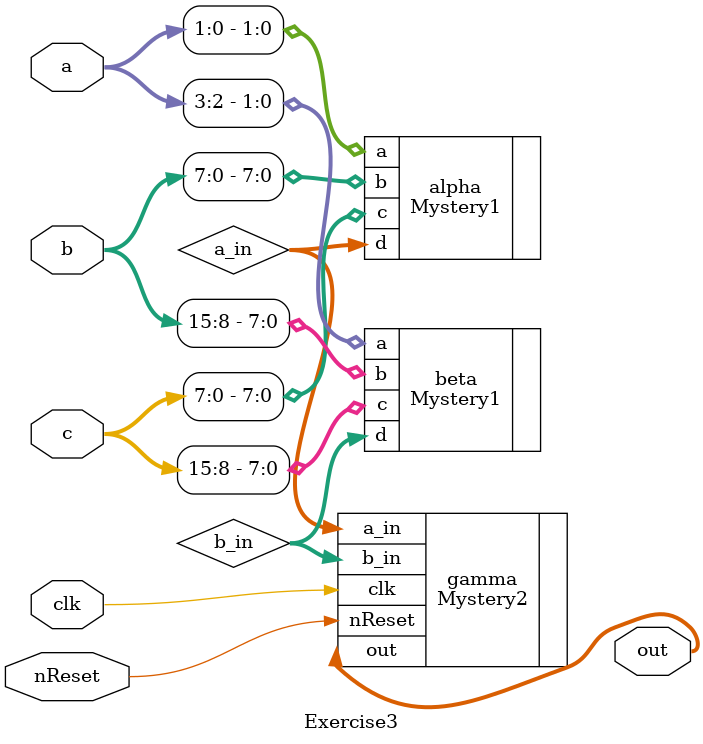
<source format=sv>
module Exercise3 (
    input clk,
    input nReset,
    input [3:0] a,
    input [15:0] b,
    input [15:0] c,
    output [15:0] out
);

  logic [7:0] a_in;
  logic [7:0] b_in;

  // Alpha - Mystery1 instance
  Mystery1 alpha (
      .a(a[1:0]),
      .b(b[7:0]),
      .c(c[7:0]),
      .d(a_in)
  );

  // Beta - Mystery1 instance
  Mystery1 beta (
      .a(a[3:2]),
      .b(b[15:8]),
      .c(c[15:8]),
      .d(b_in)
  );

  // Gamma - Mystery2 instance
  Mystery2 gamma (
      .clk(clk),
      .nReset(nReset),
      .a_in(a_in),
      .b_in(b_in),
      .out(out)
  );

endmodule

</source>
